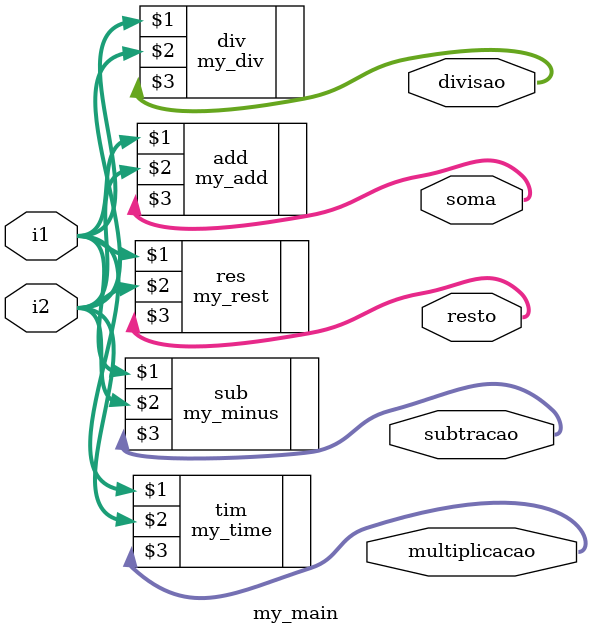
<source format=v>
module my_main(
	input [7:0] i1, i2,
	output [8:0] soma, subtracao, multiplicacao, divisao, resto
);

my_add add(i1,i2,soma);
my_minus sub(i1,i2,subtracao);
my_time tim(i1,i2,multiplicacao);
my_div div(i1,i2,divisao);
my_rest res(i1,i2,resto);

endmodule 
</source>
